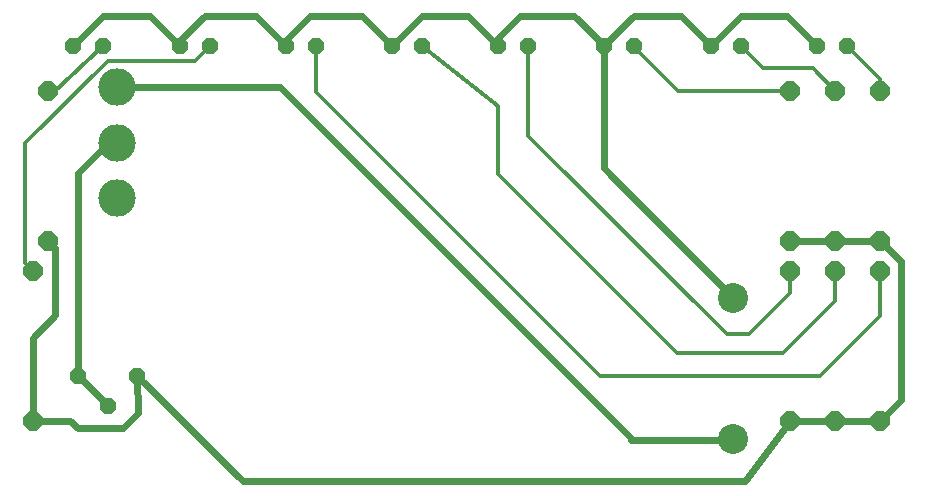
<source format=gbr>
G04 EAGLE Gerber X2 export*
%TF.Part,Single*%
%TF.FileFunction,Copper,L2,Bot,Mixed*%
%TF.FilePolarity,Positive*%
%TF.GenerationSoftware,Autodesk,EAGLE,9.0.1*%
%TF.CreationDate,2020-01-09T19:49:54Z*%
G75*
%MOMM*%
%FSLAX34Y34*%
%LPD*%
%AMOC8*
5,1,8,0,0,1.08239X$1,22.5*%
G01*
%ADD10C,2.540000*%
%ADD11P,1.429621X8X202.500000*%
%ADD12P,1.785944X8X112.500000*%
%ADD13P,1.429621X8X22.500000*%
%ADD14C,3.175000*%
%ADD15C,0.609600*%
%ADD16C,0.304800*%
%ADD17C,0.152400*%


D10*
X624840Y73660D03*
X624840Y193040D03*
D11*
X721106Y406400D03*
X695706Y406400D03*
X631190Y406400D03*
X605790Y406400D03*
X541274Y406400D03*
X515874Y406400D03*
X451358Y406400D03*
X425958Y406400D03*
X361442Y406400D03*
X336042Y406400D03*
X271526Y406400D03*
X246126Y406400D03*
X181610Y406400D03*
X156210Y406400D03*
X91694Y406400D03*
X66294Y406400D03*
D12*
X749300Y241300D03*
X749300Y368300D03*
X711200Y241300D03*
X711200Y368300D03*
X673100Y241300D03*
X673100Y368300D03*
X673100Y88900D03*
X673100Y215900D03*
X711200Y88900D03*
X711200Y215900D03*
X749300Y88900D03*
X749300Y215900D03*
X31750Y88900D03*
X31750Y215900D03*
X44450Y241300D03*
X44450Y368300D03*
D13*
X120396Y127000D03*
X70104Y127000D03*
X95250Y101600D03*
D14*
X102870Y371094D03*
X102870Y324104D03*
X102870Y277114D03*
D15*
X538480Y72390D02*
X539750Y72390D01*
X623570Y72390D01*
X624840Y73660D01*
X539750Y72390D02*
X241046Y371094D01*
X102870Y371094D01*
X635000Y38100D02*
X673100Y88900D01*
X711200Y88900D01*
X749300Y88900D01*
X766828Y106428D01*
X766828Y223772D02*
X749300Y241300D01*
X766828Y223772D02*
X766828Y106428D01*
X749300Y241300D02*
X711200Y241300D01*
X673100Y241300D01*
X635000Y38100D02*
X209550Y38100D01*
X63500Y88900D02*
X31750Y88900D01*
X50800Y178717D02*
X50922Y210589D01*
X50800Y178717D02*
X31750Y158750D01*
X50922Y234828D02*
X44450Y241300D01*
X50922Y234828D02*
X50922Y210589D01*
X31750Y158750D02*
X31750Y88900D01*
X120514Y126873D02*
X209550Y38100D01*
X120514Y126873D02*
X120396Y127000D01*
X69850Y82550D02*
X63500Y88900D01*
X69850Y82550D02*
X107950Y82550D01*
X120650Y95250D01*
X120514Y126873D01*
D16*
X50800Y368300D02*
X44450Y368300D01*
X50800Y368300D02*
X91694Y406400D01*
X168910Y393700D02*
X181610Y406400D01*
X168910Y393700D02*
X95250Y393700D01*
X25400Y323850D02*
X25400Y222250D01*
X31750Y215900D01*
X25400Y323850D02*
X95250Y393700D01*
X511810Y127000D02*
X698500Y127000D01*
X511810Y127000D02*
X271780Y367030D01*
X271780Y406146D01*
D17*
X271526Y406400D01*
D16*
X698500Y127000D02*
X749300Y177800D01*
X749300Y215900D01*
X666750Y146050D02*
X577342Y146050D01*
X666750Y146050D02*
X711200Y190500D01*
X711200Y215900D01*
X577342Y146050D02*
X425450Y297942D01*
X425450Y355092D02*
X361442Y406400D01*
X425450Y355092D02*
X425450Y297942D01*
X673100Y215900D02*
X673100Y196850D01*
X638048Y161798D02*
X619252Y161798D01*
X638048Y161798D02*
X673100Y196850D01*
X619252Y161798D02*
X450850Y330200D01*
X450850Y405892D01*
D17*
X451358Y406400D01*
D16*
X577850Y368300D02*
X673100Y368300D01*
X577850Y368300D02*
X541274Y404876D01*
D17*
X541274Y406400D01*
D16*
X631190Y406400D02*
X650240Y387350D01*
X692150Y387350D01*
X711200Y368300D01*
X749300Y368300D02*
X749300Y378206D01*
X721106Y406400D01*
D17*
X156210Y406400D02*
X154305Y408305D01*
D15*
X130810Y431800D01*
X91694Y431800D02*
X66294Y406400D01*
X91694Y431800D02*
X130810Y431800D01*
D17*
X243713Y408813D02*
X246126Y406400D01*
D15*
X243713Y408813D02*
X220726Y431800D01*
X177800Y431800D02*
X154305Y408305D01*
X177800Y431800D02*
X220726Y431800D01*
X336042Y406400D02*
X361442Y431800D01*
X400558Y431800D02*
X422529Y409829D01*
D17*
X425958Y406400D01*
D15*
X400558Y431800D02*
X361442Y431800D01*
X336042Y406400D02*
X310642Y431800D01*
X266700Y431800D02*
X243713Y408813D01*
X266700Y431800D02*
X310642Y431800D01*
D17*
X515112Y407162D02*
X515874Y406400D01*
D15*
X515112Y407162D02*
X490474Y431800D01*
X444500Y431800D01*
X422529Y409829D01*
X580390Y431800D02*
X605790Y406400D01*
D17*
X515874Y406654D02*
X515874Y406400D01*
D15*
X541020Y431800D02*
X580390Y431800D01*
X541020Y431800D02*
X515874Y406654D01*
X670306Y431800D02*
X695706Y406400D01*
X631190Y431800D02*
X605790Y406400D01*
X631190Y431800D02*
X670306Y431800D01*
X515112Y302768D02*
X624840Y193040D01*
X515112Y302768D02*
X515112Y407162D01*
X95250Y101854D02*
X70104Y127000D01*
X95250Y101854D02*
X95250Y101600D01*
X69850Y298450D02*
X95250Y323850D01*
X69850Y298450D02*
X69850Y127254D01*
D17*
X70104Y127000D01*
D15*
X95504Y324104D02*
X102870Y324104D01*
D17*
X95504Y324104D02*
X95250Y323850D01*
M02*

</source>
